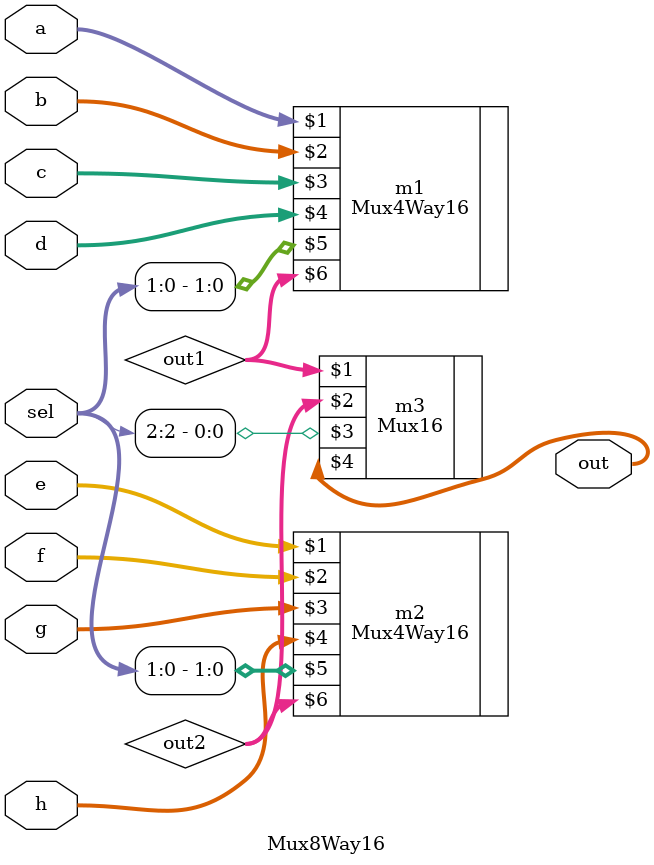
<source format=v>
module Mux8Way16(a,b,c,d,e,f,g,h,sel,out);
	input[15:0] a;
	input[15:0] b;
	input[15:0] c;
	input[15:0] d;
	input[15:0] e;
	input[15:0] f;
	input[15:0] g;
	input[15:0] h;
	input[2:0] sel;
	output[15:0] out;
	
	wire[15:0] out1,out2;
	
	Mux4Way16 m1(a,b,c,d,sel[1:0],out1);
	Mux4Way16 m2(e,f,g,h,sel[1:0],out2);
	Mux16 m3(out1,out2,sel[2],out);
	
	
endmodule 

</source>
